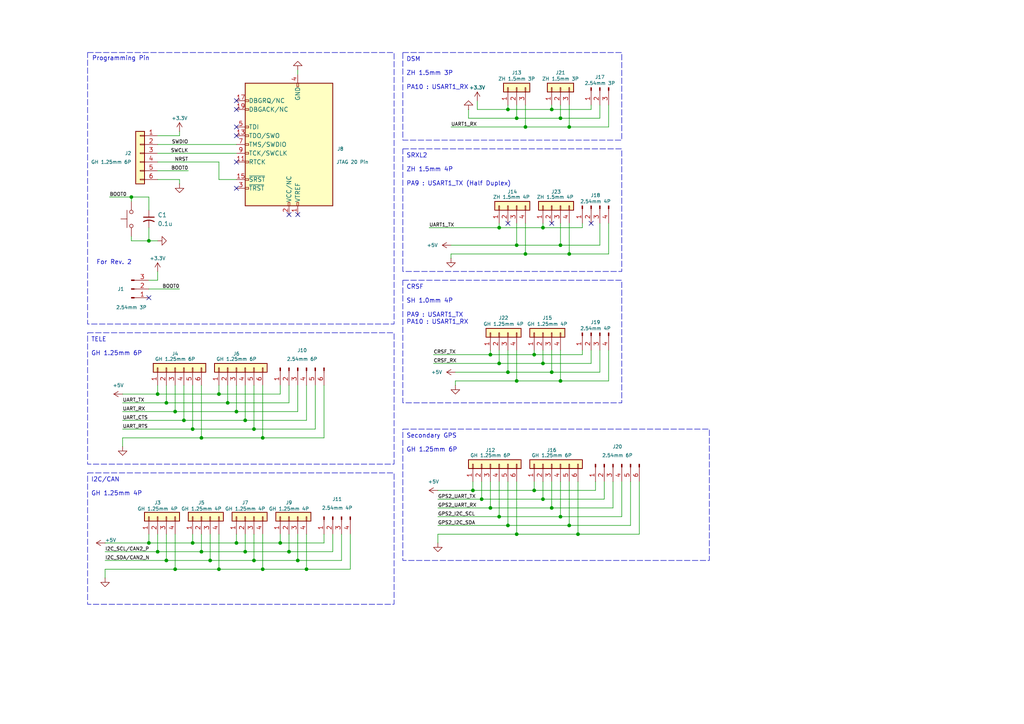
<source format=kicad_sch>
(kicad_sch (version 20250114) (generator "eeschema") (generator_version "9.0")
  (paper "A4")
  (lib_symbols
    (symbol "+3.3V_1" (power) (pin_numbers (hide yes)) (pin_names (offset 0) (hide yes))
      (property "Value" "+3.3V" (at 0 3.556 0))
      (symbol "+3.3V_1_0_1"
        (polyline (pts (xy -0.762 1.27) (xy 0 2.54)))
        (polyline (pts (xy 0 2.54) (xy 0.762 1.27)))
        (polyline (pts (xy 0 0) (xy 0 2.54)))
      )
      (symbol "+3.3V_1_1_1"
        (pin power_in line (at 0 0 90) (length 0) (name "~") (number "1"))
      )
    )
    (symbol "Connector:Conn_01x03_Pin" (pin_names (offset 1.016) (hide yes))
      (property "Reference" "J" (at 0 5.08 0))
      (property "Value" "Conn_01x03_Pin" (at 0 -5.08 0))
      (symbol "Conn_01x03_Pin_1_1"
        (rectangle (start 0.8636 2.667) (end 0 2.413) (stroke (width 0.1524)) (fill (type outline)))
        (rectangle (start 0.8636 0.127) (end 0 -0.127) (stroke (width 0.1524)) (fill (type outline)))
        (rectangle (start 0.8636 -2.413) (end 0 -2.667) (stroke (width 0.1524)) (fill (type outline)))
        (polyline (pts (xy 1.27 2.54) (xy 0.8636 2.54)) (stroke (width 0.1524)))
        (polyline (pts (xy 1.27 0) (xy 0.8636 0)) (stroke (width 0.1524)))
        (polyline (pts (xy 1.27 -2.54) (xy 0.8636 -2.54)) (stroke (width 0.1524)))
        (pin passive line (at 5.08 2.54 180) (length 3.81) (name "Pin_1") (number "1"))
        (pin passive line (at 5.08 0 180) (length 3.81) (name "Pin_2") (number "2"))
        (pin passive line (at 5.08 -2.54 180) (length 3.81) (name "Pin_3") (number "3"))
      )
    )
    (symbol "Connector:Conn_01x04_Pin" (pin_names (offset 1.016) (hide yes))
      (property "Reference" "J" (at 0 5.08 0))
      (property "Value" "Conn_01x04_Pin" (at 0 -7.62 0))
      (symbol "Conn_01x04_Pin_1_1"
        (rectangle (start 0.8636 2.667) (end 0 2.413) (stroke (width 0.1524)) (fill (type outline)))
        (rectangle (start 0.8636 0.127) (end 0 -0.127) (stroke (width 0.1524)) (fill (type outline)))
        (rectangle (start 0.8636 -2.413) (end 0 -2.667) (stroke (width 0.1524)) (fill (type outline)))
        (rectangle (start 0.8636 -4.953) (end 0 -5.207) (stroke (width 0.1524)) (fill (type outline)))
        (polyline (pts (xy 1.27 2.54) (xy 0.8636 2.54)) (stroke (width 0.1524)))
        (polyline (pts (xy 1.27 0) (xy 0.8636 0)) (stroke (width 0.1524)))
        (polyline (pts (xy 1.27 -2.54) (xy 0.8636 -2.54)) (stroke (width 0.1524)))
        (polyline (pts (xy 1.27 -5.08) (xy 0.8636 -5.08)) (stroke (width 0.1524)))
        (pin passive line (at 5.08 2.54 180) (length 3.81) (name "Pin_1") (number "1"))
        (pin passive line (at 5.08 0 180) (length 3.81) (name "Pin_2") (number "2"))
        (pin passive line (at 5.08 -2.54 180) (length 3.81) (name "Pin_3") (number "3"))
        (pin passive line (at 5.08 -5.08 180) (length 3.81) (name "Pin_4") (number "4"))
      )
    )
    (symbol "Connector:Conn_01x06_Pin" (pin_names (offset 1.016) (hide yes))
      (property "Reference" "J" (at 0 7.62 0))
      (property "Value" "Conn_01x06_Pin" (at 0 -10.16 0))
      (symbol "Conn_01x06_Pin_1_1"
        (rectangle (start 0.8636 5.207) (end 0 4.953) (stroke (width 0.1524)) (fill (type outline)))
        (rectangle (start 0.8636 2.667) (end 0 2.413) (stroke (width 0.1524)) (fill (type outline)))
        (rectangle (start 0.8636 0.127) (end 0 -0.127) (stroke (width 0.1524)) (fill (type outline)))
        (rectangle (start 0.8636 -2.413) (end 0 -2.667) (stroke (width 0.1524)) (fill (type outline)))
        (rectangle (start 0.8636 -4.953) (end 0 -5.207) (stroke (width 0.1524)) (fill (type outline)))
        (rectangle (start 0.8636 -7.493) (end 0 -7.747) (stroke (width 0.1524)) (fill (type outline)))
        (polyline (pts (xy 1.27 5.08) (xy 0.8636 5.08)) (stroke (width 0.1524)))
        (polyline (pts (xy 1.27 2.54) (xy 0.8636 2.54)) (stroke (width 0.1524)))
        (polyline (pts (xy 1.27 0) (xy 0.8636 0)) (stroke (width 0.1524)))
        (polyline (pts (xy 1.27 -2.54) (xy 0.8636 -2.54)) (stroke (width 0.1524)))
        (polyline (pts (xy 1.27 -5.08) (xy 0.8636 -5.08)) (stroke (width 0.1524)))
        (polyline (pts (xy 1.27 -7.62) (xy 0.8636 -7.62)) (stroke (width 0.1524)))
        (pin passive line (at 5.08 5.08 180) (length 3.81) (name "Pin_1") (number "1"))
        (pin passive line (at 5.08 2.54 180) (length 3.81) (name "Pin_2") (number "2"))
        (pin passive line (at 5.08 0 180) (length 3.81) (name "Pin_3") (number "3"))
        (pin passive line (at 5.08 -2.54 180) (length 3.81) (name "Pin_4") (number "4"))
        (pin passive line (at 5.08 -5.08 180) (length 3.81) (name "Pin_5") (number "5"))
        (pin passive line (at 5.08 -7.62 180) (length 3.81) (name "Pin_6") (number "6"))
      )
    )
    (symbol "Connector:Conn_ARM_JTAG_SWD_20" (pin_names (offset 1.016))
      (property "Reference" "J" (at -5.08 21.59 0))
      (property "Value" "Conn_ARM_JTAG_SWD_20" (at -5.08 19.05 0))
      (symbol "Conn_ARM_JTAG_SWD_20_0_1"
        (rectangle (start -12.7 17.78) (end 12.7 -17.78) (stroke (width 0.254)) (fill (type background)))
        (rectangle (start -2.794 17.78) (end -2.286 16.764))
        (rectangle (start -2.794 -17.78) (end -2.286 -16.764))
        (rectangle (start -0.254 17.78) (end 0.254 16.764))
        (rectangle (start 11.684 2.286) (end 12.7 2.794))
        (rectangle (start 12.7 12.954) (end 11.684 12.446))
        (rectangle (start 12.7 10.414) (end 11.684 9.906))
        (rectangle (start 12.7 4.826) (end 11.684 5.334))
        (rectangle (start 12.7 -0.254) (end 11.684 0.254))
        (rectangle (start 12.7 -2.794) (end 11.684 -2.286))
        (rectangle (start 12.7 -9.906) (end 11.684 -10.414))
        (rectangle (start 12.7 -12.446) (end 11.684 -12.954))
      )
      (symbol "Conn_ARM_JTAG_SWD_20_1_1"
        (rectangle (start 11.684 -5.334) (end 12.7 -4.826))
        (pin power_in line (at -2.54 20.32 270) (length 2.54) (name "VTREF") (number "1"))
        (pin passive line (at -2.54 -20.32 90) (length 2.54) (hide yes) (name "GND") (number "10"))
        (pin passive line (at -2.54 -20.32 90) (length 2.54) (hide yes) (name "GND") (number "12"))
        (pin passive line (at -2.54 -20.32 90) (length 2.54) (hide yes) (name "GND") (number "14"))
        (pin passive line (at -2.54 -20.32 90) (length 2.54) (hide yes) (name "GND") (number "16"))
        (pin passive line (at -2.54 -20.32 90) (length 2.54) (hide yes) (name "GND") (number "18"))
        (pin passive line (at -2.54 -20.32 90) (length 2.54) (hide yes) (name "GND") (number "20"))
        (pin power_in line (at -2.54 -20.32 90) (length 2.54) (name "GND") (number "4"))
        (pin passive line (at -2.54 -20.32 90) (length 2.54) (hide yes) (name "GND") (number "6"))
        (pin passive line (at -2.54 -20.32 90) (length 2.54) (hide yes) (name "GND") (number "8"))
        (pin power_in line (at 0 20.32 270) (length 2.54) (name "VCC/NC") (number "2"))
        (pin output line (at 15.24 12.7 180) (length 2.54) (name "~{TRST}") (number "3"))
        (pin bidirectional line (at 15.24 10.16 180) (length 2.54) (name "~{SRST}") (number "15"))
        (pin input line (at 15.24 5.08 180) (length 2.54) (name "RTCK") (number "11"))
        (pin output line (at 15.24 2.54 180) (length 2.54) (name "TCK/SWCLK") (number "9"))
        (pin output line (at 15.24 0 180) (length 2.54) (name "TMS/SWDIO") (number "7"))
        (pin input line (at 15.24 -2.54 180) (length 2.54) (name "TDO/SWO") (number "13"))
        (pin output line (at 15.24 -5.08 180) (length 2.54) (name "TDI") (number "5"))
        (pin input line (at 15.24 -10.16 180) (length 2.54) (name "DBGACK/NC") (number "19"))
        (pin output line (at 15.24 -12.7 180) (length 2.54) (name "DBGRQ/NC") (number "17"))
      )
    )
    (symbol "Connector_Generic:Conn_01x03" (pin_names (offset 1.016) (hide yes))
      (property "Reference" "J" (at 0 5.08 0))
      (property "Value" "Conn_01x03" (at 0 -5.08 0))
      (symbol "Conn_01x03_1_1"
        (rectangle (start -1.27 3.81) (end 1.27 -3.81) (stroke (width 0.254)) (fill (type background)))
        (rectangle (start -1.27 2.667) (end 0 2.413) (stroke (width 0.1524)))
        (rectangle (start -1.27 0.127) (end 0 -0.127) (stroke (width 0.1524)))
        (rectangle (start -1.27 -2.413) (end 0 -2.667) (stroke (width 0.1524)))
        (pin passive line (at -5.08 2.54 0) (length 3.81) (name "Pin_1") (number "1"))
        (pin passive line (at -5.08 0 0) (length 3.81) (name "Pin_2") (number "2"))
        (pin passive line (at -5.08 -2.54 0) (length 3.81) (name "Pin_3") (number "3"))
      )
    )
    (symbol "Connector_Generic:Conn_01x04" (pin_names (offset 1.016) (hide yes))
      (property "Reference" "J" (at 0 5.08 0))
      (property "Value" "Conn_01x04" (at 0 -7.62 0))
      (symbol "Conn_01x04_1_1"
        (rectangle (start -1.27 3.81) (end 1.27 -6.35) (stroke (width 0.254)) (fill (type background)))
        (rectangle (start -1.27 2.667) (end 0 2.413) (stroke (width 0.1524)))
        (rectangle (start -1.27 0.127) (end 0 -0.127) (stroke (width 0.1524)))
        (rectangle (start -1.27 -2.413) (end 0 -2.667) (stroke (width 0.1524)))
        (rectangle (start -1.27 -4.953) (end 0 -5.207) (stroke (width 0.1524)))
        (pin passive line (at -5.08 2.54 0) (length 3.81) (name "Pin_1") (number "1"))
        (pin passive line (at -5.08 0 0) (length 3.81) (name "Pin_2") (number "2"))
        (pin passive line (at -5.08 -2.54 0) (length 3.81) (name "Pin_3") (number "3"))
        (pin passive line (at -5.08 -5.08 0) (length 3.81) (name "Pin_4") (number "4"))
      )
    )
    (symbol "Connector_Generic:Conn_01x06" (pin_names (offset 1.016) (hide yes))
      (property "Reference" "J" (at 0 7.62 0))
      (property "Value" "Conn_01x06" (at 0 -10.16 0))
      (symbol "Conn_01x06_1_1"
        (rectangle (start -1.27 6.35) (end 1.27 -8.89) (stroke (width 0.254)) (fill (type background)))
        (rectangle (start -1.27 5.207) (end 0 4.953) (stroke (width 0.1524)))
        (rectangle (start -1.27 2.667) (end 0 2.413) (stroke (width 0.1524)))
        (rectangle (start -1.27 0.127) (end 0 -0.127) (stroke (width 0.1524)))
        (rectangle (start -1.27 -2.413) (end 0 -2.667) (stroke (width 0.1524)))
        (rectangle (start -1.27 -4.953) (end 0 -5.207) (stroke (width 0.1524)))
        (rectangle (start -1.27 -7.493) (end 0 -7.747) (stroke (width 0.1524)))
        (pin passive line (at -5.08 5.08 0) (length 3.81) (name "Pin_1") (number "1"))
        (pin passive line (at -5.08 2.54 0) (length 3.81) (name "Pin_2") (number "2"))
        (pin passive line (at -5.08 0 0) (length 3.81) (name "Pin_3") (number "3"))
        (pin passive line (at -5.08 -2.54 0) (length 3.81) (name "Pin_4") (number "4"))
        (pin passive line (at -5.08 -5.08 0) (length 3.81) (name "Pin_5") (number "5"))
        (pin passive line (at -5.08 -7.62 0) (length 3.81) (name "Pin_6") (number "6"))
      )
    )
    (symbol "Device:C_Small_US" (pin_numbers (hide yes)) (pin_names (offset 0.254) (hide yes))
      (property "Reference" "C" (at 0.254 1.778 0))
      (property "Value" "C_Small_US" (at 0.254 -2.032 0))
      (symbol "C_Small_US_0_1"
        (polyline (pts (xy -1.524 0.508) (xy 1.524 0.508)) (stroke (width 0.3048)))
        (arc (start -1.524 -0.762) (mid 0 -0.3734) (end 1.524 -0.762) (stroke (width 0.3048)))
      )
      (symbol "C_Small_US_1_1"
        (pin passive line (at 0 2.54 270) (length 2.032) (name "~") (number "1"))
        (pin passive line (at 0 -2.54 90) (length 2.032) (name "~") (number "2"))
      )
    )
    (symbol "GND_14" (power) (pin_numbers (hide yes)) (pin_names (offset 0) (hide yes))
      (property "Value" "GND" (at 0 -3.81 0))
      (symbol "GND_14_0_1"
        (polyline (pts (xy 0 0) (xy 0 -1.27) (xy 1.27 -1.27) (xy 0 -2.54) (xy -1.27 -1.27) (xy 0 -1.27)))
      )
      (symbol "GND_14_1_1"
        (pin power_in line (at 0 0 270) (length 0) (name "~") (number "1"))
      )
    )
    (symbol "Switch:SW_Push" (pin_numbers (hide yes)) (pin_names (offset 1.016) (hide yes))
      (property "Reference" "SW" (at 1.27 2.54 0))
      (property "Value" "SW_Push" (at 0 -1.524 0))
      (symbol "SW_Push_0_1"
        (circle (center -2.032 0) (radius 0.508))
        (polyline (pts (xy 0 1.27) (xy 0 3.048)))
        (circle (center 2.032 0) (radius 0.508))
        (polyline (pts (xy 2.54 1.27) (xy -2.54 1.27)))
        (pin passive line (at -5.08 0 0) (length 2.54) (name "1") (number "1"))
        (pin passive line (at 5.08 0 180) (length 2.54) (name "2") (number "2"))
      )
    )
    (symbol "power:+3.3VP" (power) (pin_numbers (hide yes)) (pin_names (offset 0) (hide yes))
      (property "Value" "+3.3VP" (at 0 3.556 0))
      (symbol "+3.3VP_0_0"
        (pin power_in line (at 0 0 90) (length 0) (name "~") (number "1"))
      )
      (symbol "+3.3VP_0_1"
        (polyline (pts (xy -0.762 1.27) (xy 0 2.54)))
        (polyline (pts (xy 0 2.54) (xy 0.762 1.27)))
        (polyline (pts (xy 0 0) (xy 0 2.54)))
      )
    )
    (symbol "power:+5V" (power) (pin_numbers (hide yes)) (pin_names (offset 0) (hide yes))
      (property "Value" "+5V" (at 0 3.556 0))
      (symbol "+5V_0_1"
        (polyline (pts (xy -0.762 1.27) (xy 0 2.54)))
        (polyline (pts (xy 0 2.54) (xy 0.762 1.27)))
        (polyline (pts (xy 0 0) (xy 0 2.54)))
      )
      (symbol "+5V_1_1"
        (pin power_in line (at 0 0 90) (length 0) (name "~") (number "1"))
      )
    )
    (symbol "power:GND" (power) (pin_numbers (hide yes)) (pin_names (offset 0) (hide yes))
      (property "Value" "GND" (at 0 -3.81 0))
      (symbol "GND_0_1"
        (polyline (pts (xy 0 0) (xy 0 -1.27) (xy 1.27 -1.27) (xy 0 -2.54) (xy -1.27 -1.27) (xy 0 -1.27)))
      )
      (symbol "GND_1_1"
        (pin power_in line (at 0 0 270) (length 0) (name "~") (number "1"))
      )
    )
  )
  (rectangle (start 116.84 81.28) (end 180.34 116.84) (stroke (width 0) (type dash)))
  (rectangle (start 116.84 124.46) (end 205.74 162.56) (stroke (width 0) (type dash)))
  (rectangle (start 25.4 96.52) (end 114.3 134.62) (stroke (width 0) (type dash)))
  (rectangle (start 116.84 43.18) (end 180.34 78.74) (stroke (width 0) (type dash)))
  (rectangle (start 116.84 15.24) (end 180.34 40.64) (stroke (width 0) (type dash)))
  (rectangle (start 25.4 15.24) (end 114.3 93.98) (stroke (width 0) (type dash)))
  (rectangle (start 25.4 137.16) (end 114.3 175.26) (stroke (width 0) (type dash)))
  (text "SRXL2" (at 117.856 45.974 0) (effects (font (size 1.27 1.27)) (justify left bottom)))
  (text "CRSF" (at 117.856 84.074 0) (effects (font (size 1.27 1.27)) (justify left bottom)))
  (text "DSM" (at 117.856 18.034 0) (effects (font (size 1.27 1.27)) (justify left bottom)))
  (text "SH 1.0mm 4P\n\nPA9 : USART1_TX\nPA10 : USART1_RX\n" (at 117.856 86.614 0) (effects (font (size 1.27 1.27)) (justify left top)))
  (text "For Rev. 2" (at 27.94 75.438 0) (effects (font (size 1.27 1.27)) (justify left top)))
  (text "GH 1.25mm 6P" (at 117.856 129.794 0) (effects (font (size 1.27 1.27)) (justify left top)))
  (text "Programming Pin" (at 26.67 17.78 0) (effects (font (size 1.27 1.27)) (justify left bottom)))
  (text "TELE" (at 26.416 99.314 0) (effects (font (size 1.27 1.27)) (justify left bottom)))
  (text "GH 1.25mm 4P" (at 26.416 142.494 0) (effects (font (size 1.27 1.27)) (justify left top)))
  (text "GH 1.25mm 6P" (at 26.416 101.854 0) (effects (font (size 1.27 1.27)) (justify left top)))
  (text "ZH 1.5mm 3P\n\nPA10 : USART1_RX" (at 117.856 20.574 0) (effects (font (size 1.27 1.27)) (justify left top)))
  (text "I2C/CAN" (at 26.416 139.954 0) (effects (font (size 1.27 1.27)) (justify left bottom)))
  (text "Secondary GPS" (at 117.856 127.254 0) (effects (font (size 1.27 1.27)) (justify left bottom)))
  (text "ZH 1.5mm 4P\n\nPA9 : USART1_TX (Half Duplex)" (at 117.856 48.514 0) (effects (font (size 1.27 1.27)) (justify left top)))
  (junction (at 50.8 119.38))
  (junction (at 86.36 162.56))
  (junction (at 63.5 165.1))
  (junction (at 162.56 71.12))
  (junction (at 68.58 119.38))
  (junction (at 144.78 66.04))
  (junction (at 157.48 105.41))
  (junction (at 45.72 160.02))
  (junction (at 165.1 73.66))
  (junction (at 160.02 147.32))
  (junction (at 160.02 107.95))
  (junction (at 139.7 144.78))
  (junction (at 142.24 102.87))
  (junction (at 38.1 57.15))
  (junction (at 154.94 102.87))
  (junction (at 147.32 152.4))
  (junction (at 55.88 157.48))
  (junction (at 60.96 162.56))
  (junction (at 137.16 142.24))
  (junction (at 147.32 31.75))
  (junction (at 43.18 69.85))
  (junction (at 73.66 124.46))
  (junction (at 48.26 162.56))
  (junction (at 71.12 160.02))
  (junction (at 149.86 71.12))
  (junction (at 144.78 149.86))
  (junction (at 162.56 149.86))
  (junction (at 68.58 157.48))
  (junction (at 157.48 144.78))
  (junction (at 55.88 124.46))
  (junction (at 152.4 36.83))
  (junction (at 167.64 154.94))
  (junction (at 162.56 34.29))
  (junction (at 73.66 162.56))
  (junction (at 149.86 110.49))
  (junction (at 50.8 165.1))
  (junction (at 88.9 165.1))
  (junction (at 160.02 31.75))
  (junction (at 53.34 121.92))
  (junction (at 63.5 114.3))
  (junction (at 66.04 116.84))
  (junction (at 154.94 142.24))
  (junction (at 58.42 160.02))
  (junction (at 147.32 107.95))
  (junction (at 45.72 114.3))
  (junction (at 71.12 121.92))
  (junction (at 83.82 160.02))
  (junction (at 144.78 105.41))
  (junction (at 157.48 66.04))
  (junction (at 76.2 165.1))
  (junction (at 81.28 157.48))
  (junction (at 142.24 147.32))
  (junction (at 149.86 34.29))
  (junction (at 149.86 154.94))
  (junction (at 162.56 110.49))
  (junction (at 165.1 152.4))
  (junction (at 152.4 73.66))
  (junction (at 165.1 36.83))
  (junction (at 43.18 157.48))
  (junction (at 76.2 127))
  (junction (at 48.26 116.84))
  (junction (at 58.42 127))
  (no_connect (at 86.36 62.23))
  (no_connect (at 171.45 64.77))
  (no_connect (at 43.18 86.36))
  (no_connect (at 68.58 54.61))
  (no_connect (at 68.58 36.83))
  (no_connect (at 68.58 29.21))
  (no_connect (at 68.58 31.75))
  (no_connect (at 147.32 64.77))
  (no_connect (at 68.58 39.37))
  (no_connect (at 83.82 62.23))
  (no_connect (at 160.02 64.77))
  (no_connect (at 68.58 46.99))
  (wire (pts (xy 171.45 105.41) (xy 171.45 101.6)))
  (wire (pts (xy 43.18 66.04) (xy 43.18 69.85)))
  (wire (pts (xy 58.42 160.02) (xy 71.12 160.02)))
  (wire (pts (xy 152.4 30.48) (xy 152.4 36.83)))
  (wire (pts (xy 144.78 64.77) (xy 144.78 66.04)))
  (wire (pts (xy 180.34 149.86) (xy 162.56 149.86)))
  (wire (pts (xy 157.48 139.7) (xy 157.48 144.78)))
  (wire (pts (xy 52.07 38.1) (xy 52.07 39.37)))
  (wire (pts (xy 76.2 127) (xy 93.98 127)))
  (wire (pts (xy 157.48 105.41) (xy 171.45 105.41)))
  (wire (pts (xy 160.02 139.7) (xy 160.02 147.32)))
  (wire (pts (xy 38.1 68.58) (xy 38.1 69.85)))
  (wire (pts (xy 135.89 34.29) (xy 135.89 31.75)))
  (wire (pts (xy 66.04 111.76) (xy 66.04 116.84)))
  (wire (pts (xy 125.73 102.87) (xy 142.24 102.87)))
  (wire (pts (xy 130.81 73.66) (xy 152.4 73.66)))
  (wire (pts (xy 55.88 124.46) (xy 35.56 124.46)))
  (wire (pts (xy 50.8 119.38) (xy 35.56 119.38)))
  (wire (pts (xy 96.52 154.94) (xy 96.52 160.02)))
  (wire (pts (xy 83.82 116.84) (xy 66.04 116.84)))
  (wire (pts (xy 45.72 39.37) (xy 52.07 39.37)))
  (wire (pts (xy 182.88 152.4) (xy 165.1 152.4)))
  (wire (pts (xy 38.1 57.15) (xy 38.1 58.42)))
  (wire (pts (xy 58.42 127) (xy 76.2 127)))
  (wire (pts (xy 130.81 71.12) (xy 149.86 71.12)))
  (wire (pts (xy 73.66 124.46) (xy 55.88 124.46)))
  (wire (pts (xy 30.48 165.1) (xy 50.8 165.1)))
  (wire (pts (xy 96.52 160.02) (xy 83.82 160.02)))
  (wire (pts (xy 182.88 139.7) (xy 182.88 152.4)))
  (wire (pts (xy 139.7 139.7) (xy 139.7 144.78)))
  (wire (pts (xy 30.48 157.48) (xy 43.18 157.48)))
  (wire (pts (xy 35.56 114.3) (xy 45.72 114.3)))
  (wire (pts (xy 154.94 139.7) (xy 154.94 142.24)))
  (wire (pts (xy 160.02 101.6) (xy 160.02 107.95)))
  (wire (pts (xy 154.94 102.87) (xy 168.91 102.87)))
  (wire (pts (xy 50.8 154.94) (xy 50.8 165.1)))
  (wire (pts (xy 160.02 147.32) (xy 142.24 147.32)))
  (wire (pts (xy 142.24 139.7) (xy 142.24 147.32)))
  (wire (pts (xy 144.78 66.04) (xy 157.48 66.04)))
  (wire (pts (xy 93.98 157.48) (xy 81.28 157.48)))
  (wire (pts (xy 165.1 73.66) (xy 176.53 73.66)))
  (wire (pts (xy 132.08 110.49) (xy 149.86 110.49)))
  (wire (pts (xy 124.46 66.04) (xy 144.78 66.04)))
  (wire (pts (xy 88.9 154.94) (xy 88.9 165.1)))
  (wire (pts (xy 177.8 147.32) (xy 160.02 147.32)))
  (wire (pts (xy 132.08 107.95) (xy 147.32 107.95)))
  (wire (pts (xy 73.66 154.94) (xy 73.66 162.56)))
  (wire (pts (xy 43.18 57.15) (xy 38.1 57.15)))
  (wire (pts (xy 76.2 165.1) (xy 63.5 165.1)))
  (wire (pts (xy 58.42 154.94) (xy 58.42 160.02)))
  (wire (pts (xy 86.36 154.94) (xy 86.36 162.56)))
  (wire (pts (xy 162.56 64.77) (xy 162.56 71.12)))
  (wire (pts (xy 63.5 114.3) (xy 81.28 114.3)))
  (wire (pts (xy 162.56 149.86) (xy 144.78 149.86)))
  (wire (pts (xy 157.48 64.77) (xy 157.48 66.04)))
  (wire (pts (xy 63.5 154.94) (xy 63.5 165.1)))
  (wire (pts (xy 165.1 152.4) (xy 147.32 152.4)))
  (wire (pts (xy 165.1 64.77) (xy 165.1 73.66)))
  (wire (pts (xy 68.58 157.48) (xy 81.28 157.48)))
  (wire (pts (xy 171.45 30.48) (xy 171.45 31.75)))
  (wire (pts (xy 125.73 105.41) (xy 144.78 105.41)))
  (wire (pts (xy 43.18 69.85) (xy 45.72 69.85)))
  (wire (pts (xy 43.18 157.48) (xy 43.18 154.94)))
  (wire (pts (xy 45.72 78.74) (xy 45.72 81.28)))
  (wire (pts (xy 162.56 30.48) (xy 162.56 34.29)))
  (wire (pts (xy 154.94 142.24) (xy 172.72 142.24)))
  (wire (pts (xy 149.86 139.7) (xy 149.86 154.94)))
  (wire (pts (xy 176.53 110.49) (xy 176.53 101.6)))
  (wire (pts (xy 176.53 73.66) (xy 176.53 64.77)))
  (wire (pts (xy 147.32 139.7) (xy 147.32 152.4)))
  (wire (pts (xy 167.64 154.94) (xy 185.42 154.94)))
  (wire (pts (xy 53.34 121.92) (xy 35.56 121.92)))
  (wire (pts (xy 162.56 34.29) (xy 149.86 34.29)))
  (wire (pts (xy 45.72 81.28) (xy 43.18 81.28)))
  (wire (pts (xy 43.18 57.15) (xy 43.18 60.96)))
  (wire (pts (xy 55.88 111.76) (xy 55.88 124.46)))
  (wire (pts (xy 45.72 46.99) (xy 63.5 46.99)))
  (wire (pts (xy 50.8 111.76) (xy 50.8 119.38)))
  (wire (pts (xy 137.16 139.7) (xy 137.16 142.24)))
  (wire (pts (xy 63.5 111.76) (xy 63.5 114.3)))
  (wire (pts (xy 137.16 142.24) (xy 154.94 142.24)))
  (wire (pts (xy 173.99 107.95) (xy 173.99 101.6)))
  (wire (pts (xy 175.26 139.7) (xy 175.26 144.78)))
  (wire (pts (xy 45.72 49.53) (xy 54.61 49.53)))
  (wire (pts (xy 55.88 157.48) (xy 68.58 157.48)))
  (wire (pts (xy 162.56 139.7) (xy 162.56 149.86)))
  (wire (pts (xy 45.72 114.3) (xy 63.5 114.3)))
  (wire (pts (xy 165.1 30.48) (xy 165.1 36.83)))
  (wire (pts (xy 149.86 71.12) (xy 162.56 71.12)))
  (wire (pts (xy 168.91 66.04) (xy 168.91 64.77)))
  (wire (pts (xy 76.2 111.76) (xy 76.2 127)))
  (wire (pts (xy 162.56 34.29) (xy 173.99 34.29)))
  (wire (pts (xy 30.48 165.1) (xy 30.48 167.64)))
  (wire (pts (xy 157.48 101.6) (xy 157.48 105.41)))
  (wire (pts (xy 63.5 52.07) (xy 68.58 52.07)))
  (wire (pts (xy 152.4 36.83) (xy 165.1 36.83)))
  (wire (pts (xy 53.34 111.76) (xy 53.34 121.92)))
  (wire (pts (xy 142.24 101.6) (xy 142.24 102.87)))
  (wire (pts (xy 142.24 102.87) (xy 154.94 102.87)))
  (wire (pts (xy 91.44 124.46) (xy 73.66 124.46)))
  (wire (pts (xy 99.06 162.56) (xy 86.36 162.56)))
  (wire (pts (xy 160.02 31.75) (xy 147.32 31.75)))
  (wire (pts (xy 175.26 144.78) (xy 157.48 144.78)))
  (wire (pts (xy 162.56 110.49) (xy 176.53 110.49)))
  (wire (pts (xy 147.32 107.95) (xy 160.02 107.95)))
  (wire (pts (xy 160.02 30.48) (xy 160.02 31.75)))
  (wire (pts (xy 152.4 73.66) (xy 165.1 73.66)))
  (wire (pts (xy 135.89 34.29) (xy 149.86 34.29)))
  (wire (pts (xy 63.5 46.99) (xy 63.5 52.07)))
  (wire (pts (xy 176.53 30.48) (xy 176.53 36.83)))
  (wire (pts (xy 139.7 144.78) (xy 127 144.78)))
  (wire (pts (xy 45.72 111.76) (xy 45.72 114.3)))
  (wire (pts (xy 81.28 111.76) (xy 81.28 114.3)))
  (wire (pts (xy 157.48 144.78) (xy 139.7 144.78)))
  (wire (pts (xy 66.04 116.84) (xy 48.26 116.84)))
  (wire (pts (xy 165.1 139.7) (xy 165.1 152.4)))
  (wire (pts (xy 45.72 41.91) (xy 68.58 41.91)))
  (wire (pts (xy 149.86 110.49) (xy 162.56 110.49)))
  (wire (pts (xy 132.08 110.49) (xy 132.08 111.76)))
  (wire (pts (xy 38.1 69.85) (xy 43.18 69.85)))
  (wire (pts (xy 93.98 154.94) (xy 93.98 157.48)))
  (wire (pts (xy 88.9 121.92) (xy 71.12 121.92)))
  (wire (pts (xy 88.9 165.1) (xy 76.2 165.1)))
  (wire (pts (xy 48.26 111.76) (xy 48.26 116.84)))
  (wire (pts (xy 68.58 119.38) (xy 50.8 119.38)))
  (wire (pts (xy 91.44 111.76) (xy 91.44 124.46)))
  (wire (pts (xy 160.02 31.75) (xy 171.45 31.75)))
  (wire (pts (xy 93.98 111.76) (xy 93.98 127)))
  (wire (pts (xy 127 154.94) (xy 127 157.48)))
  (wire (pts (xy 99.06 154.94) (xy 99.06 162.56)))
  (wire (pts (xy 127 154.94) (xy 149.86 154.94)))
  (wire (pts (xy 144.78 105.41) (xy 157.48 105.41)))
  (wire (pts (xy 144.78 149.86) (xy 127 149.86)))
  (wire (pts (xy 45.72 44.45) (xy 68.58 44.45)))
  (wire (pts (xy 45.72 52.07) (xy 52.07 52.07)))
  (wire (pts (xy 71.12 111.76) (xy 71.12 121.92)))
  (wire (pts (xy 71.12 121.92) (xy 53.34 121.92)))
  (wire (pts (xy 55.88 154.94) (xy 55.88 157.48)))
  (wire (pts (xy 60.96 162.56) (xy 48.26 162.56)))
  (wire (pts (xy 185.42 139.7) (xy 185.42 154.94)))
  (wire (pts (xy 167.64 139.7) (xy 167.64 154.94)))
  (wire (pts (xy 86.36 111.76) (xy 86.36 119.38)))
  (wire (pts (xy 43.18 157.48) (xy 55.88 157.48)))
  (wire (pts (xy 177.8 139.7) (xy 177.8 147.32)))
  (wire (pts (xy 35.56 127) (xy 58.42 127)))
  (wire (pts (xy 180.34 139.7) (xy 180.34 149.86)))
  (wire (pts (xy 138.43 31.75) (xy 147.32 31.75)))
  (wire (pts (xy 130.81 36.83) (xy 152.4 36.83)))
  (wire (pts (xy 60.96 154.94) (xy 60.96 162.56)))
  (wire (pts (xy 86.36 20.32) (xy 86.36 21.59)))
  (wire (pts (xy 157.48 66.04) (xy 168.91 66.04)))
  (wire (pts (xy 149.86 154.94) (xy 167.64 154.94)))
  (wire (pts (xy 71.12 154.94) (xy 71.12 160.02)))
  (wire (pts (xy 58.42 111.76) (xy 58.42 127)))
  (wire (pts (xy 88.9 111.76) (xy 88.9 121.92)))
  (wire (pts (xy 43.18 83.82) (xy 52.07 83.82)))
  (wire (pts (xy 144.78 101.6) (xy 144.78 105.41)))
  (wire (pts (xy 147.32 152.4) (xy 127 152.4)))
  (wire (pts (xy 101.6 154.94) (xy 101.6 165.1)))
  (wire (pts (xy 152.4 64.77) (xy 152.4 73.66)))
  (wire (pts (xy 45.72 160.02) (xy 58.42 160.02)))
  (wire (pts (xy 68.58 154.94) (xy 68.58 157.48)))
  (wire (pts (xy 147.32 101.6) (xy 147.32 107.95)))
  (wire (pts (xy 63.5 165.1) (xy 50.8 165.1)))
  (wire (pts (xy 48.26 154.94) (xy 48.26 162.56)))
  (wire (pts (xy 149.86 30.48) (xy 149.86 34.29)))
  (wire (pts (xy 45.72 154.94) (xy 45.72 160.02)))
  (wire (pts (xy 138.43 29.21) (xy 138.43 31.75)))
  (wire (pts (xy 162.56 71.12) (xy 173.99 71.12)))
  (wire (pts (xy 147.32 30.48) (xy 147.32 31.75)))
  (wire (pts (xy 52.07 52.07) (xy 52.07 53.34)))
  (wire (pts (xy 86.36 119.38) (xy 68.58 119.38)))
  (wire (pts (xy 142.24 147.32) (xy 127 147.32)))
  (wire (pts (xy 172.72 139.7) (xy 172.72 142.24)))
  (wire (pts (xy 149.86 64.77) (xy 149.86 71.12)))
  (wire (pts (xy 30.48 160.02) (xy 45.72 160.02)))
  (wire (pts (xy 165.1 36.83) (xy 176.53 36.83)))
  (wire (pts (xy 71.12 160.02) (xy 83.82 160.02)))
  (wire (pts (xy 130.81 73.66) (xy 130.81 74.93)))
  (wire (pts (xy 48.26 116.84) (xy 35.56 116.84)))
  (wire (pts (xy 101.6 165.1) (xy 88.9 165.1)))
  (wire (pts (xy 83.82 154.94) (xy 83.82 160.02)))
  (wire (pts (xy 68.58 111.76) (xy 68.58 119.38)))
  (wire (pts (xy 76.2 154.94) (xy 76.2 165.1)))
  (wire (pts (xy 35.56 127) (xy 35.56 129.54)))
  (wire (pts (xy 83.82 111.76) (xy 83.82 116.84)))
  (wire (pts (xy 173.99 30.48) (xy 173.99 34.29)))
  (wire (pts (xy 81.28 154.94) (xy 81.28 157.48)))
  (wire (pts (xy 73.66 111.76) (xy 73.66 124.46)))
  (wire (pts (xy 154.94 101.6) (xy 154.94 102.87)))
  (wire (pts (xy 173.99 71.12) (xy 173.99 64.77)))
  (wire (pts (xy 144.78 139.7) (xy 144.78 149.86)))
  (wire (pts (xy 73.66 162.56) (xy 60.96 162.56)))
  (wire (pts (xy 149.86 101.6) (xy 149.86 110.49)))
  (wire (pts (xy 162.56 101.6) (xy 162.56 110.49)))
  (wire (pts (xy 160.02 107.95) (xy 173.99 107.95)))
  (wire (pts (xy 168.91 102.87) (xy 168.91 101.6)))
  (wire (pts (xy 86.36 162.56) (xy 73.66 162.56)))
  (wire (pts (xy 48.26 162.56) (xy 30.48 162.56)))
  (wire (pts (xy 127 142.24) (xy 137.16 142.24)))
  (wire (pts (xy 31.75 57.15) (xy 38.1 57.15)))
  (label "UART_RX" (at 35.56 119.38 0) (effects (font (size 1 1))))
  (label "SWCLK" (at 54.61 44.45 180) (effects (font (size 1 1))))
  (label "CRSF_RX" (at 125.73 105.41 0) (effects (font (size 1 1))))
  (label "I2C_SDA{slash}CAN2_N" (at 30.48 162.56 0) (effects (font (size 1 1))))
  (label "UART1_TX" (at 124.46 66.04 0) (effects (font (size 1 1))))
  (label "BOOT0" (at 54.61 49.53 180) (effects (font (size 1 1))))
  (label "UART_CTS" (at 35.56 121.92 0) (effects (font (size 1 1))))
  (label "BOOT0" (at 52.07 83.82 180) (effects (font (size 1 1))))
  (label "SWDIO" (at 54.61 41.91 180) (effects (font (size 1 1))))
  (label "UART_TX" (at 35.56 116.84 0) (effects (font (size 1 1))))
  (label "NRST" (at 54.61 46.99 180) (effects (font (size 1 1))))
  (label "GPS2_I2C_SDA" (at 127 152.4 0) (effects (font (size 1 1))))
  (label "UART_RTS" (at 35.56 124.46 0) (effects (font (size 1 1))))
  (label "UART1_RX" (at 130.81 36.83 0) (effects (font (size 1 1))))
  (label "GPS2_UART_RX" (at 127 147.32 0) (effects (font (size 1 1))))
  (label "CRSF_TX" (at 125.73 102.87 0) (effects (font (size 1 1))))
  (label "I2C_SCL{slash}CAN2_P" (at 30.48 160.02 0) (effects (font (size 1 1))))
  (label "GPS2_I2C_SCL" (at 127 149.86 0) (effects (font (size 1 1))))
  (label "GPS2_UART_TX" (at 127 144.78 0) (effects (font (size 1 1))))
  (label "BOOT0" (at 31.75 57.15 0) (effects (font (size 1 1))))
  (symbol (lib_id "power:+5V") (at 132.08 107.95 90) (mirror x) (unit 1)
    (property "Reference" "#PWR012" (effects (hide yes)))
    (property "Value" "+5V" (at 128.27 107.9499 90) (effects (font (size 1 1)) (justify left)))
    (property "Description" "Power symbol creates a global label with name \"+5V\"" (effects (hide yes)))
  )
  (symbol (lib_id "Switch:SW_Push") (at 38.1 63.5 90) (unit 1)
    (property "Reference" "SW1" (effects (hide yes)))
    (property "Value" "SW_Push" (effects (hide yes)))
    (property "Footprint" "Button_Switch_SMD:SW_SPST_PTS645" (effects (hide yes)))
    (property "Description" "Push button switch, generic, two pins" (effects (hide yes)))
  )
  (symbol (lib_id "power:GND") (at 35.56 129.54 0) (unit 1)
    (property "Reference" "#PWR04" (effects (hide yes)))
    (property "Value" "GND" (effects (hide yes)))
    (property "Description" "Power symbol creates a global label with name \"GND\" , ground" (effects (hide yes)))
  )
  (symbol (lib_id "Connector:Conn_ARM_JTAG_SWD_20") (at 83.82 41.91 180) (unit 1)
    (property "Reference" "J8" (at 97.79 43.1801 0) (effects (font (size 1 1)) (justify right)))
    (property "Value" "JTAG 20 Pin" (at 97.536 46.99 0) (effects (font (size 1 1)) (justify right)))
    (property "Footprint" "Connector_IDC:IDC-Header_2x10_P2.54mm_Vertical" (effects (hide yes)))
    (property "Datasheet" "http://infocenter.arm.com/help/topic/com.arm.doc.dui0499b/DUI0499B_system_design_reference.pdf" (effects (hide yes)))
    (property "Description" "Standard IDC20 Pinheader Connector, ARM legacy JTAG and SWD interface" (effects (hide yes)))
  )
  (symbol (lib_name "GND_14") (lib_id "power:GND") (at 45.72 69.85 90) (unit 1)
    (property "Reference" "#PWR05" (effects (hide yes)))
    (property "Value" "GND" (effects (hide yes)))
    (property "Description" "Power symbol creates a global label with name \"GND\" , ground" (effects (hide yes)))
  )
  (symbol (lib_id "power:+5V") (at 30.48 157.48 90) (unit 1)
    (property "Reference" "#PWR01" (effects (hide yes)))
    (property "Value" "+5V" (at 30.48 157.226 90) (effects (font (size 1 1)) (justify right top)))
    (property "Description" "Power symbol creates a global label with name \"+5V\"" (effects (hide yes)))
  )
  (symbol (lib_id "Connector_Generic:Conn_01x04") (at 147.32 59.69 90) (unit 1)
    (property "Reference" "J14" (at 148.59 55.626 90) (effects (font (size 1 1))))
    (property "Value" "ZH 1.5mm 4P" (at 148.336 57.15 90) (effects (font (size 1 1))))
    (property "Footprint" "JST_ZH:JST_ZH_S4B-ZR-SM4A-TF_1x04-1MP_P1.50mm_Horizontal" (effects (hide yes)))
    (property "Description" "Generic connector, single row, 01x04, script generated (kicad-library-utils/schlib/autogen/connector/)" (effects (hide yes)))
    (property "LCSC" "C485354" (effects (hide yes)))
  )
  (symbol (lib_id "power:GND") (at 130.81 74.93 0) (mirror y) (unit 1)
    (property "Reference" "#PWR017" (effects (hide yes)))
    (property "Value" "GND" (effects (hide yes)))
    (property "Description" "Power symbol creates a global label with name \"GND\" , ground" (effects (hide yes)))
  )
  (symbol (lib_id "Connector_Generic:Conn_01x04") (at 157.48 96.52 90) (unit 1)
    (property "Reference" "J15" (at 158.75 92.202 90) (effects (font (size 1 1))))
    (property "Value" "GH 1.25mm 4P" (at 158.75 93.98 90) (effects (font (size 1 1))))
    (property "Footprint" "JST_GH_BM:JST_GH_BM04B-GHS-TBT_04" (effects (hide yes)))
    (property "Description" "Generic connector, single row, 01x04, script generated (kicad-library-utils/schlib/autogen/connector/)" (effects (hide yes)))
    (property "LCSC" "C189895" (effects (hide yes)))
  )
  (symbol (lib_id "power:GND") (at 135.89 31.75 0) (mirror x) (unit 1)
    (property "Reference" "#PWR014" (effects (hide yes)))
    (property "Value" "GND" (effects (hide yes)))
    (property "Description" "Power symbol creates a global label with name \"GND\" , ground" (effects (hide yes)))
  )
  (symbol (lib_id "Connector_Generic:Conn_01x06") (at 142.24 134.62 90) (unit 1)
    (property "Reference" "J12" (at 142.24 130.556 90) (effects (font (size 1 1))))
    (property "Value" "GH 1.25mm 6P" (at 142.24 132.08 90) (effects (font (size 1 1))))
    (property "Footprint" "JST_GH_BM:JST_GH_BM06B-GHS-TBT_06" (effects (hide yes)))
    (property "Description" "Generic connector, single row, 01x06, script generated (kicad-library-utils/schlib/autogen/connector/)" (effects (hide yes)))
    (property "LCSC" "C133065" (effects (hide yes)))
  )
  (symbol (lib_id "power:+3.3VP") (at 138.43 29.21 0) (mirror y) (unit 1)
    (property "Reference" "#PWR015" (effects (hide yes)))
    (property "Value" "+3.3V" (at 138.43 25.4 0) (effects (font (size 1 1))))
    (property "Description" "Power symbol creates a global label with name \"+3.3VP\"" (effects (hide yes)))
  )
  (symbol (lib_id "Connector:Conn_01x06_Pin") (at 177.8 134.62 90) (mirror x) (unit 1)
    (property "Reference" "J20" (at 179.07 129.54 90) (effects (font (size 1 1))))
    (property "Value" "2.54mm 6P" (at 179.07 132.08 90) (effects (font (size 1 1))))
    (property "Footprint" "Connector_PinHeader_2.54mm:PinHeader_1x06_P2.54mm_Vertical" (effects (hide yes)))
    (property "Description" "Generic connector, single row, 01x06, script generated" (effects (hide yes)))
  )
  (symbol (lib_id "Connector_Generic:Conn_01x04") (at 83.82 149.86 90) (unit 1)
    (property "Reference" "J9" (at 83.82 145.796 90) (effects (font (size 1 1))))
    (property "Value" "GH 1.25mm 4P" (at 83.82 147.574 90) (effects (font (size 1 1))))
    (property "Footprint" "JST_GH_BM:JST_GH_BM04B-GHS-TBT_04" (effects (hide yes)))
    (property "Description" "Generic connector, single row, 01x04, script generated (kicad-library-utils/schlib/autogen/connector/)" (effects (hide yes)))
    (property "LCSC" "C189895" (effects (hide yes)))
  )
  (symbol (lib_id "Connector:Conn_01x06_Pin") (at 86.36 106.68 90) (mirror x) (unit 1)
    (property "Reference" "J10" (at 87.63 101.6 90) (effects (font (size 1 1))))
    (property "Value" "2.54mm 6P" (at 87.63 104.14 90) (effects (font (size 1 1))))
    (property "Footprint" "Connector_PinHeader_2.54mm:PinHeader_1x06_P2.54mm_Vertical" (effects (hide yes)))
    (property "Description" "Generic connector, single row, 01x06, script generated" (effects (hide yes)))
  )
  (symbol (lib_id "Connector_Generic:Conn_01x06") (at 160.02 134.62 90) (unit 1)
    (property "Reference" "J16" (at 160.02 130.556 90) (effects (font (size 1 1))))
    (property "Value" "GH 1.25mm 6P" (at 160.02 132.08 90) (effects (font (size 1 1))))
    (property "Footprint" "JST_GH_BM:JST_GH_BM06B-GHS-TBT_06" (effects (hide yes)))
    (property "Description" "Generic connector, single row, 01x06, script generated (kicad-library-utils/schlib/autogen/connector/)" (effects (hide yes)))
    (property "LCSC" "C133065" (effects (hide yes)))
  )
  (symbol (lib_name "GND_14") (lib_id "power:GND") (at 86.36 20.32 180) (unit 1)
    (property "Reference" "#PWR09" (effects (hide yes)))
    (property "Value" "GND" (effects (hide yes)))
    (property "Description" "Power symbol creates a global label with name \"GND\" , ground" (effects (hide yes)))
  )
  (symbol (lib_id "power:+5V") (at 35.56 114.3 90) (unit 1)
    (property "Reference" "#PWR03" (effects (hide yes)))
    (property "Value" "+5V" (at 34.29 111.76 90) (effects (font (size 1 1))))
    (property "Description" "Power symbol creates a global label with name \"+5V\"" (effects (hide yes)))
  )
  (symbol (lib_id "Connector:Conn_01x03_Pin") (at 173.99 25.4 90) (mirror x) (unit 1)
    (property "Reference" "J17" (at 173.99 22.352 90) (effects (font (size 1 1))))
    (property "Value" "2.54mm 3P" (at 173.99 24.13 90) (effects (font (size 1 1))))
    (property "Footprint" "Connector_PinHeader_2.54mm:PinHeader_1x03_P2.54mm_Vertical" (effects (hide yes)))
    (property "Description" "Generic connector, single row, 01x03, script generated" (effects (hide yes)))
  )
  (symbol (lib_id "Device:C_Small_US") (at 43.18 63.5 0) (unit 1)
    (property "Reference" "C1" (at 45.72 62.3569 0) (effects (justify left)))
    (property "Value" "0.1u" (at 45.72 64.8969 0) (effects (justify left)))
    (property "Footprint" "Capacitor_SMD:C_0603_1608Metric" (effects (hide yes)))
    (property "Description" "capacitor, small US symbol" (effects (hide yes)))
  )
  (symbol (lib_id "power:GND") (at 127 157.48 0) (unit 1)
    (property "Reference" "#PWR011" (effects (hide yes)))
    (property "Value" "GND" (effects (hide yes)))
    (property "Description" "Power symbol creates a global label with name \"GND\" , ground" (effects (hide yes)))
  )
  (symbol (lib_id "power:+5V") (at 130.81 71.12 90) (mirror x) (unit 1)
    (property "Reference" "#PWR016" (effects (hide yes)))
    (property "Value" "+5V" (at 127 71.1199 90) (effects (font (size 1 1)) (justify left)))
    (property "Description" "Power symbol creates a global label with name \"+5V\"" (effects (hide yes)))
  )
  (symbol (lib_id "Connector_Generic:Conn_01x04") (at 71.12 149.86 90) (unit 1)
    (property "Reference" "J7" (at 71.12 145.796 90) (effects (font (size 1 1))))
    (property "Value" "GH 1.25mm 4P" (at 71.12 147.574 90) (effects (font (size 1 1))))
    (property "Footprint" "JST_GH_BM:JST_GH_BM04B-GHS-TBT_04" (effects (hide yes)))
    (property "Description" "Generic connector, single row, 01x04, script generated (kicad-library-utils/schlib/autogen/connector/)" (effects (hide yes)))
    (property "LCSC" "C189895" (effects (hide yes)))
  )
  (symbol (lib_id "power:GND") (at 30.48 167.64 0) (unit 1)
    (property "Reference" "#PWR02" (effects (hide yes)))
    (property "Value" "GND" (effects (hide yes)))
    (property "Description" "Power symbol creates a global label with name \"GND\" , ground" (effects (hide yes)))
  )
  (symbol (lib_id "Connector:Conn_01x03_Pin") (at 38.1 83.82 0) (mirror x) (unit 1)
    (property "Reference" "J1" (at 35.052 83.82 0) (effects (font (size 1 1))))
    (property "Value" "2.54mm 3P" (at 38.1 89.154 0) (effects (font (size 1 1))))
    (property "Footprint" "Connector_PinHeader_2.54mm:PinHeader_1x03_P2.54mm_Vertical" (effects (hide yes)))
    (property "Description" "Generic connector, single row, 01x03, script generated" (effects (hide yes)))
  )
  (symbol (lib_id "power:GND") (at 132.08 111.76 0) (mirror y) (unit 1)
    (property "Reference" "#PWR013" (effects (hide yes)))
    (property "Value" "GND" (effects (hide yes)))
    (property "Description" "Power symbol creates a global label with name \"GND\" , ground" (effects (hide yes)))
  )
  (symbol (lib_id "Connector_Generic:Conn_01x06") (at 40.64 44.45 0) (mirror y) (unit 1)
    (property "Reference" "J2" (at 38.1 44.45 0) (effects (font (size 1 1)) (justify left)))
    (property "Value" "GH 1.25mm 6P" (at 38.1 46.99 0) (effects (font (size 1 1)) (justify left)))
    (property "Footprint" "JST_GH_BM:JST_GH_BM06B-GHS-TBT_06" (effects (hide yes)))
    (property "Description" "Generic connector, single row, 01x06, script generated (kicad-library-utils/schlib/autogen/connector/)" (effects (hide yes)))
    (property "LCSC" "C133065" (effects (hide yes)))
  )
  (symbol (lib_id "Connector_Generic:Conn_01x04") (at 58.42 149.86 90) (unit 1)
    (property "Reference" "J5" (at 58.42 145.796 90) (effects (font (size 1 1))))
    (property "Value" "GH 1.25mm 4P" (at 58.42 147.574 90) (effects (font (size 1 1))))
    (property "Footprint" "JST_GH_BM:JST_GH_BM04B-GHS-TBT_04" (effects (hide yes)))
    (property "Description" "Generic connector, single row, 01x04, script generated (kicad-library-utils/schlib/autogen/connector/)" (effects (hide yes)))
    (property "LCSC" "C189895" (effects (hide yes)))
  )
  (symbol (lib_id "Connector_Generic:Conn_01x04") (at 45.72 149.86 90) (unit 1)
    (property "Reference" "J3" (at 45.72 145.796 90) (effects (font (size 1 1))))
    (property "Value" "GH 1.25mm 4P" (at 45.72 147.574 90) (effects (font (size 1 1))))
    (property "Footprint" "JST_GH_BM:JST_GH_BM04B-GHS-TBT_04" (effects (hide yes)))
    (property "Description" "Generic connector, single row, 01x04, script generated (kicad-library-utils/schlib/autogen/connector/)" (effects (hide yes)))
    (property "LCSC" "C189895" (effects (hide yes)))
  )
  (symbol (lib_id "Connector_Generic:Conn_01x06") (at 68.58 106.68 90) (unit 1)
    (property "Reference" "J6" (at 68.58 102.616 90) (effects (font (size 1 1))))
    (property "Value" "GH 1.25mm 6P" (at 68.58 104.14 90) (effects (font (size 1 1))))
    (property "Footprint" "JST_GH_BM:JST_GH_BM06B-GHS-TBT_06" (effects (hide yes)))
    (property "Description" "Generic connector, single row, 01x06, script generated (kicad-library-utils/schlib/autogen/connector/)" (effects (hide yes)))
    (property "LCSC" "C133065" (effects (hide yes)))
  )
  (symbol (lib_id "Connector:Conn_01x04_Pin") (at 96.52 149.86 90) (mirror x) (unit 1)
    (property "Reference" "J11" (at 97.79 144.78 90) (effects (font (size 1 1))))
    (property "Value" "2.54mm 4P" (at 97.79 147.32 90) (effects (font (size 1 1))))
    (property "Footprint" "Connector_PinHeader_2.54mm:PinHeader_1x04_P2.54mm_Vertical" (effects (hide yes)))
    (property "Description" "Generic connector, single row, 01x04, script generated" (effects (hide yes)))
  )
  (symbol (lib_name "+3.3V_1") (lib_id "power:+3.3V") (at 52.07 38.1 0) (unit 1)
    (property "Reference" "#PWR07" (effects (hide yes)))
    (property "Value" "+3.3V" (at 52.07 34.29 0) (effects (font (size 1 1))))
    (property "Description" "Power symbol creates a global label with name \"+3.3V\"" (effects (hide yes)))
  )
  (symbol (lib_id "Connector_Generic:Conn_01x06") (at 50.8 106.68 90) (unit 1)
    (property "Reference" "J4" (at 50.8 102.616 90) (effects (font (size 1 1))))
    (property "Value" "GH 1.25mm 6P" (at 50.8 104.14 90) (effects (font (size 1 1))))
    (property "Footprint" "JST_GH_BM:JST_GH_BM06B-GHS-TBT_06" (effects (hide yes)))
    (property "Description" "Generic connector, single row, 01x06, script generated (kicad-library-utils/schlib/autogen/connector/)" (effects (hide yes)))
    (property "LCSC" "C133065" (effects (hide yes)))
  )
  (symbol (lib_id "power:+5V") (at 127 142.24 90) (unit 1)
    (property "Reference" "#PWR010" (effects (hide yes)))
    (property "Value" "+5V" (at 125.73 139.7 90) (effects (font (size 1 1))))
    (property "Description" "Power symbol creates a global label with name \"+5V\"" (effects (hide yes)))
  )
  (symbol (lib_name "GND_14") (lib_id "power:GND") (at 52.07 53.34 0) (unit 1)
    (property "Reference" "#PWR08" (effects (hide yes)))
    (property "Value" "GND" (effects (hide yes)))
    (property "Description" "Power symbol creates a global label with name \"GND\" , ground" (effects (hide yes)))
  )
  (symbol (lib_id "Connector_Generic:Conn_01x03") (at 149.86 25.4 90) (unit 1)
    (property "Reference" "J13" (at 149.86 21.082 90) (effects (font (size 1 1))))
    (property "Value" "ZH 1.5mm 3P" (at 149.86 22.86 90) (effects (font (size 1 1))))
    (property "Footprint" "JST_ZH:JST_ZH_S3B-ZR-SM4A-TF_1x03-1MP_P1.50mm_Horizontal" (effects (hide yes)))
    (property "Description" "Generic connector, single row, 01x03, script generated (kicad-library-utils/schlib/autogen/connector/)" (effects (hide yes)))
    (property "LCSC" "C72591" (effects (hide yes)))
  )
  (symbol (lib_id "Connector:Conn_01x04_Pin") (at 171.45 96.52 90) (mirror x) (unit 1)
    (property "Reference" "J19" (at 172.72 93.472 90) (effects (font (size 1 1))))
    (property "Value" "2.54mm 4P" (at 172.72 95.25 90) (effects (font (size 1 1))))
    (property "Footprint" "Connector_PinHeader_2.54mm:PinHeader_1x04_P2.54mm_Vertical" (effects (hide yes)))
    (property "Description" "Generic connector, single row, 01x04, script generated" (effects (hide yes)))
  )
  (symbol (lib_id "Connector_Generic:Conn_01x04") (at 144.78 96.52 90) (unit 1)
    (property "Reference" "J22" (at 146.05 92.202 90) (effects (font (size 1 1))))
    (property "Value" "GH 1.25mm 4P" (at 146.05 93.98 90) (effects (font (size 1 1))))
    (property "Footprint" "JST_GH_BM:JST_GH_BM04B-GHS-TBT_04" (effects (hide yes)))
    (property "Description" "Generic connector, single row, 01x04, script generated (kicad-library-utils/schlib/autogen/connector/)" (effects (hide yes)))
    (property "LCSC" "C189895" (effects (hide yes)))
  )
  (symbol (lib_name "+3.3V_1") (lib_id "power:+3.3V") (at 45.72 78.74 0) (unit 1)
    (property "Reference" "#PWR06" (effects (hide yes)))
    (property "Value" "+3.3V" (at 45.72 74.93 0) (effects (font (size 1 1))))
    (property "Description" "Power symbol creates a global label with name \"+3.3V\"" (effects (hide yes)))
  )
  (symbol (lib_id "Connector:Conn_01x04_Pin") (at 171.45 59.69 90) (mirror x) (unit 1)
    (property "Reference" "J18" (at 172.72 56.642 90) (effects (font (size 1 1))))
    (property "Value" "2.54mm 4P" (at 172.72 58.42 90) (effects (font (size 1 1))))
    (property "Footprint" "Connector_PinHeader_2.54mm:PinHeader_1x04_P2.54mm_Vertical" (effects (hide yes)))
    (property "Description" "Generic connector, single row, 01x04, script generated" (effects (hide yes)))
  )
  (symbol (lib_id "Connector_Generic:Conn_01x04") (at 160.02 59.69 90) (unit 1)
    (property "Reference" "J23" (at 161.29 55.626 90) (effects (font (size 1 1))))
    (property "Value" "ZH 1.5mm 4P" (at 161.036 57.15 90) (effects (font (size 1 1))))
    (property "Footprint" "JST_ZH:JST_ZH_S4B-ZR-SM4A-TF_1x04-1MP_P1.50mm_Horizontal" (effects (hide yes)))
    (property "Description" "Generic connector, single row, 01x04, script generated (kicad-library-utils/schlib/autogen/connector/)" (effects (hide yes)))
    (property "LCSC" "C485354" (effects (hide yes)))
  )
  (symbol (lib_id "Connector_Generic:Conn_01x03") (at 162.56 25.4 90) (unit 1)
    (property "Reference" "J21" (at 162.56 21.082 90) (effects (font (size 1 1))))
    (property "Value" "ZH 1.5mm 3P" (at 162.56 22.86 90) (effects (font (size 1 1))))
    (property "Footprint" "JST_ZH:JST_ZH_S3B-ZR-SM4A-TF_1x03-1MP_P1.50mm_Horizontal" (effects (hide yes)))
    (property "Description" "Generic connector, single row, 01x03, script generated (kicad-library-utils/schlib/autogen/connector/)" (effects (hide yes)))
    (property "LCSC" "C72591" (effects (hide yes)))
  )
)
</source>
